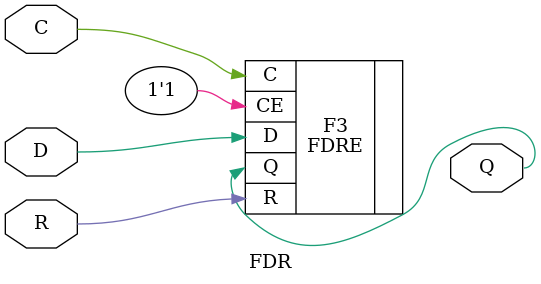
<source format=v>


`timescale  1 ps / 1 ps

module FDR (Q, C, D, R);

    parameter [0:0] INIT = 1'b0;

    output Q;

    input  C, D, R;

    wire Q;

    FDRE #(.INIT(INIT)) F3(.Q(Q), .C(C), .CE(1'b1), .D(D), .R(R));

endmodule


</source>
